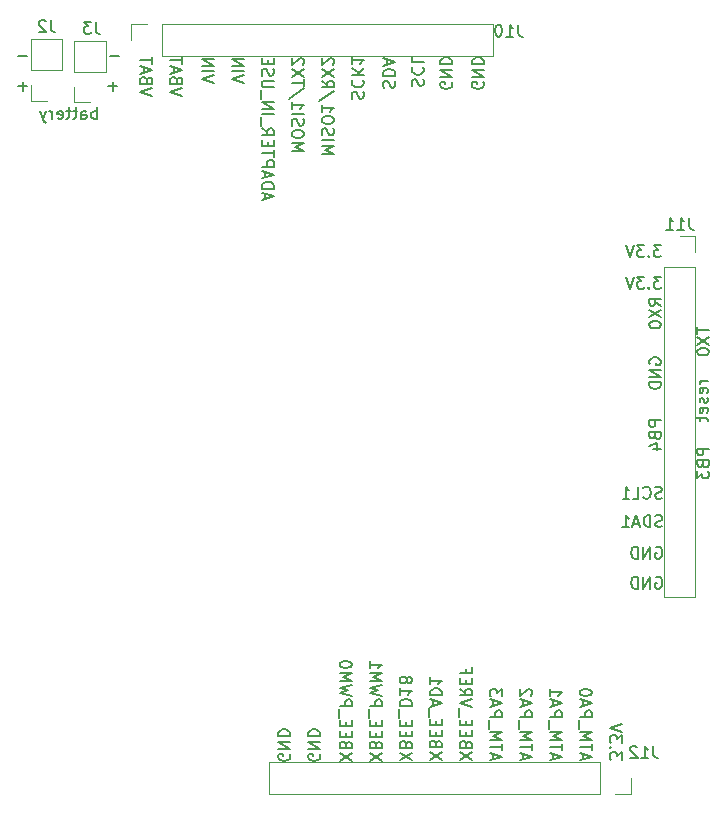
<source format=gbo>
G04 #@! TF.GenerationSoftware,KiCad,Pcbnew,(5.1.9)-1*
G04 #@! TF.CreationDate,2021-06-14T08:32:31+02:00*
G04 #@! TF.ProjectId,SmartSensor,536d6172-7453-4656-9e73-6f722e6b6963,rev?*
G04 #@! TF.SameCoordinates,Original*
G04 #@! TF.FileFunction,Legend,Bot*
G04 #@! TF.FilePolarity,Positive*
%FSLAX46Y46*%
G04 Gerber Fmt 4.6, Leading zero omitted, Abs format (unit mm)*
G04 Created by KiCad (PCBNEW (5.1.9)-1) date 2021-06-14 08:32:31*
%MOMM*%
%LPD*%
G01*
G04 APERTURE LIST*
%ADD10C,0.150000*%
%ADD11C,0.120000*%
%ADD12C,2.502000*%
%ADD13O,1.602000X1.202000*%
%ADD14O,1.802000X1.452000*%
%ADD15O,1.802000X1.802000*%
%ADD16C,1.202000*%
%ADD17C,4.502000*%
%ADD18C,0.802000*%
G04 APERTURE END LIST*
D10*
X227329904Y-126754000D02*
X227425142Y-126706380D01*
X227568000Y-126706380D01*
X227710857Y-126754000D01*
X227806095Y-126849238D01*
X227853714Y-126944476D01*
X227901333Y-127134952D01*
X227901333Y-127277809D01*
X227853714Y-127468285D01*
X227806095Y-127563523D01*
X227710857Y-127658761D01*
X227568000Y-127706380D01*
X227472761Y-127706380D01*
X227329904Y-127658761D01*
X227282285Y-127611142D01*
X227282285Y-127277809D01*
X227472761Y-127277809D01*
X226853714Y-127706380D02*
X226853714Y-126706380D01*
X226282285Y-127706380D01*
X226282285Y-126706380D01*
X225806095Y-127706380D02*
X225806095Y-126706380D01*
X225568000Y-126706380D01*
X225425142Y-126754000D01*
X225329904Y-126849238D01*
X225282285Y-126944476D01*
X225234666Y-127134952D01*
X225234666Y-127277809D01*
X225282285Y-127468285D01*
X225329904Y-127563523D01*
X225425142Y-127658761D01*
X225568000Y-127706380D01*
X225806095Y-127706380D01*
X227329904Y-124214000D02*
X227425142Y-124166380D01*
X227568000Y-124166380D01*
X227710857Y-124214000D01*
X227806095Y-124309238D01*
X227853714Y-124404476D01*
X227901333Y-124594952D01*
X227901333Y-124737809D01*
X227853714Y-124928285D01*
X227806095Y-125023523D01*
X227710857Y-125118761D01*
X227568000Y-125166380D01*
X227472761Y-125166380D01*
X227329904Y-125118761D01*
X227282285Y-125071142D01*
X227282285Y-124737809D01*
X227472761Y-124737809D01*
X226853714Y-125166380D02*
X226853714Y-124166380D01*
X226282285Y-125166380D01*
X226282285Y-124166380D01*
X225806095Y-125166380D02*
X225806095Y-124166380D01*
X225568000Y-124166380D01*
X225425142Y-124214000D01*
X225329904Y-124309238D01*
X225282285Y-124404476D01*
X225234666Y-124594952D01*
X225234666Y-124737809D01*
X225282285Y-124928285D01*
X225329904Y-125023523D01*
X225425142Y-125118761D01*
X225568000Y-125166380D01*
X225806095Y-125166380D01*
X227877476Y-122451761D02*
X227734619Y-122499380D01*
X227496523Y-122499380D01*
X227401285Y-122451761D01*
X227353666Y-122404142D01*
X227306047Y-122308904D01*
X227306047Y-122213666D01*
X227353666Y-122118428D01*
X227401285Y-122070809D01*
X227496523Y-122023190D01*
X227687000Y-121975571D01*
X227782238Y-121927952D01*
X227829857Y-121880333D01*
X227877476Y-121785095D01*
X227877476Y-121689857D01*
X227829857Y-121594619D01*
X227782238Y-121547000D01*
X227687000Y-121499380D01*
X227448904Y-121499380D01*
X227306047Y-121547000D01*
X226877476Y-122499380D02*
X226877476Y-121499380D01*
X226639380Y-121499380D01*
X226496523Y-121547000D01*
X226401285Y-121642238D01*
X226353666Y-121737476D01*
X226306047Y-121927952D01*
X226306047Y-122070809D01*
X226353666Y-122261285D01*
X226401285Y-122356523D01*
X226496523Y-122451761D01*
X226639380Y-122499380D01*
X226877476Y-122499380D01*
X225925095Y-122213666D02*
X225448904Y-122213666D01*
X226020333Y-122499380D02*
X225687000Y-121499380D01*
X225353666Y-122499380D01*
X224496523Y-122499380D02*
X225067952Y-122499380D01*
X224782238Y-122499380D02*
X224782238Y-121499380D01*
X224877476Y-121642238D01*
X224972714Y-121737476D01*
X225067952Y-121785095D01*
X227853666Y-120038761D02*
X227710809Y-120086380D01*
X227472714Y-120086380D01*
X227377476Y-120038761D01*
X227329857Y-119991142D01*
X227282238Y-119895904D01*
X227282238Y-119800666D01*
X227329857Y-119705428D01*
X227377476Y-119657809D01*
X227472714Y-119610190D01*
X227663190Y-119562571D01*
X227758428Y-119514952D01*
X227806047Y-119467333D01*
X227853666Y-119372095D01*
X227853666Y-119276857D01*
X227806047Y-119181619D01*
X227758428Y-119134000D01*
X227663190Y-119086380D01*
X227425095Y-119086380D01*
X227282238Y-119134000D01*
X226282238Y-119991142D02*
X226329857Y-120038761D01*
X226472714Y-120086380D01*
X226567952Y-120086380D01*
X226710809Y-120038761D01*
X226806047Y-119943523D01*
X226853666Y-119848285D01*
X226901285Y-119657809D01*
X226901285Y-119514952D01*
X226853666Y-119324476D01*
X226806047Y-119229238D01*
X226710809Y-119134000D01*
X226567952Y-119086380D01*
X226472714Y-119086380D01*
X226329857Y-119134000D01*
X226282238Y-119181619D01*
X225377476Y-120086380D02*
X225853666Y-120086380D01*
X225853666Y-119086380D01*
X224520333Y-120086380D02*
X225091761Y-120086380D01*
X224806047Y-120086380D02*
X224806047Y-119086380D01*
X224901285Y-119229238D01*
X224996523Y-119324476D01*
X225091761Y-119372095D01*
X231846380Y-115855904D02*
X230846380Y-115855904D01*
X230846380Y-116236857D01*
X230894000Y-116332095D01*
X230941619Y-116379714D01*
X231036857Y-116427333D01*
X231179714Y-116427333D01*
X231274952Y-116379714D01*
X231322571Y-116332095D01*
X231370190Y-116236857D01*
X231370190Y-115855904D01*
X231322571Y-117189238D02*
X231370190Y-117332095D01*
X231417809Y-117379714D01*
X231513047Y-117427333D01*
X231655904Y-117427333D01*
X231751142Y-117379714D01*
X231798761Y-117332095D01*
X231846380Y-117236857D01*
X231846380Y-116855904D01*
X230846380Y-116855904D01*
X230846380Y-117189238D01*
X230894000Y-117284476D01*
X230941619Y-117332095D01*
X231036857Y-117379714D01*
X231132095Y-117379714D01*
X231227333Y-117332095D01*
X231274952Y-117284476D01*
X231322571Y-117189238D01*
X231322571Y-116855904D01*
X230846380Y-117760666D02*
X230846380Y-118379714D01*
X231227333Y-118046380D01*
X231227333Y-118189238D01*
X231274952Y-118284476D01*
X231322571Y-118332095D01*
X231417809Y-118379714D01*
X231655904Y-118379714D01*
X231751142Y-118332095D01*
X231798761Y-118284476D01*
X231846380Y-118189238D01*
X231846380Y-117903523D01*
X231798761Y-117808285D01*
X231751142Y-117760666D01*
X227782380Y-113442904D02*
X226782380Y-113442904D01*
X226782380Y-113823857D01*
X226830000Y-113919095D01*
X226877619Y-113966714D01*
X226972857Y-114014333D01*
X227115714Y-114014333D01*
X227210952Y-113966714D01*
X227258571Y-113919095D01*
X227306190Y-113823857D01*
X227306190Y-113442904D01*
X227258571Y-114776238D02*
X227306190Y-114919095D01*
X227353809Y-114966714D01*
X227449047Y-115014333D01*
X227591904Y-115014333D01*
X227687142Y-114966714D01*
X227734761Y-114919095D01*
X227782380Y-114823857D01*
X227782380Y-114442904D01*
X226782380Y-114442904D01*
X226782380Y-114776238D01*
X226830000Y-114871476D01*
X226877619Y-114919095D01*
X226972857Y-114966714D01*
X227068095Y-114966714D01*
X227163333Y-114919095D01*
X227210952Y-114871476D01*
X227258571Y-114776238D01*
X227258571Y-114442904D01*
X227115714Y-115871476D02*
X227782380Y-115871476D01*
X226734761Y-115633380D02*
X227449047Y-115395285D01*
X227449047Y-116014333D01*
X231719380Y-110140952D02*
X231052714Y-110140952D01*
X231243190Y-110140952D02*
X231147952Y-110188571D01*
X231100333Y-110236190D01*
X231052714Y-110331428D01*
X231052714Y-110426666D01*
X231671761Y-111140952D02*
X231719380Y-111045714D01*
X231719380Y-110855238D01*
X231671761Y-110760000D01*
X231576523Y-110712380D01*
X231195571Y-110712380D01*
X231100333Y-110760000D01*
X231052714Y-110855238D01*
X231052714Y-111045714D01*
X231100333Y-111140952D01*
X231195571Y-111188571D01*
X231290809Y-111188571D01*
X231386047Y-110712380D01*
X231671761Y-111569523D02*
X231719380Y-111664761D01*
X231719380Y-111855238D01*
X231671761Y-111950476D01*
X231576523Y-111998095D01*
X231528904Y-111998095D01*
X231433666Y-111950476D01*
X231386047Y-111855238D01*
X231386047Y-111712380D01*
X231338428Y-111617142D01*
X231243190Y-111569523D01*
X231195571Y-111569523D01*
X231100333Y-111617142D01*
X231052714Y-111712380D01*
X231052714Y-111855238D01*
X231100333Y-111950476D01*
X231671761Y-112807619D02*
X231719380Y-112712380D01*
X231719380Y-112521904D01*
X231671761Y-112426666D01*
X231576523Y-112379047D01*
X231195571Y-112379047D01*
X231100333Y-112426666D01*
X231052714Y-112521904D01*
X231052714Y-112712380D01*
X231100333Y-112807619D01*
X231195571Y-112855238D01*
X231290809Y-112855238D01*
X231386047Y-112379047D01*
X231052714Y-113140952D02*
X231052714Y-113521904D01*
X230719380Y-113283809D02*
X231576523Y-113283809D01*
X231671761Y-113331428D01*
X231719380Y-113426666D01*
X231719380Y-113521904D01*
X226830000Y-108712095D02*
X226782380Y-108616857D01*
X226782380Y-108474000D01*
X226830000Y-108331142D01*
X226925238Y-108235904D01*
X227020476Y-108188285D01*
X227210952Y-108140666D01*
X227353809Y-108140666D01*
X227544285Y-108188285D01*
X227639523Y-108235904D01*
X227734761Y-108331142D01*
X227782380Y-108474000D01*
X227782380Y-108569238D01*
X227734761Y-108712095D01*
X227687142Y-108759714D01*
X227353809Y-108759714D01*
X227353809Y-108569238D01*
X227782380Y-109188285D02*
X226782380Y-109188285D01*
X227782380Y-109759714D01*
X226782380Y-109759714D01*
X227782380Y-110235904D02*
X226782380Y-110235904D01*
X226782380Y-110474000D01*
X226830000Y-110616857D01*
X226925238Y-110712095D01*
X227020476Y-110759714D01*
X227210952Y-110807333D01*
X227353809Y-110807333D01*
X227544285Y-110759714D01*
X227639523Y-110712095D01*
X227734761Y-110616857D01*
X227782380Y-110474000D01*
X227782380Y-110235904D01*
X230846380Y-105568904D02*
X230846380Y-106140333D01*
X231846380Y-105854619D02*
X230846380Y-105854619D01*
X230846380Y-106378428D02*
X231846380Y-107045095D01*
X230846380Y-107045095D02*
X231846380Y-106378428D01*
X230846380Y-107616523D02*
X230846380Y-107711761D01*
X230894000Y-107807000D01*
X230941619Y-107854619D01*
X231036857Y-107902238D01*
X231227333Y-107949857D01*
X231465428Y-107949857D01*
X231655904Y-107902238D01*
X231751142Y-107854619D01*
X231798761Y-107807000D01*
X231846380Y-107711761D01*
X231846380Y-107616523D01*
X231798761Y-107521285D01*
X231751142Y-107473666D01*
X231655904Y-107426047D01*
X231465428Y-107378428D01*
X231227333Y-107378428D01*
X231036857Y-107426047D01*
X230941619Y-107473666D01*
X230894000Y-107521285D01*
X230846380Y-107616523D01*
X227782380Y-103751142D02*
X227306190Y-103417809D01*
X227782380Y-103179714D02*
X226782380Y-103179714D01*
X226782380Y-103560666D01*
X226830000Y-103655904D01*
X226877619Y-103703523D01*
X226972857Y-103751142D01*
X227115714Y-103751142D01*
X227210952Y-103703523D01*
X227258571Y-103655904D01*
X227306190Y-103560666D01*
X227306190Y-103179714D01*
X226782380Y-104084476D02*
X227782380Y-104751142D01*
X226782380Y-104751142D02*
X227782380Y-104084476D01*
X226782380Y-105322571D02*
X226782380Y-105417809D01*
X226830000Y-105513047D01*
X226877619Y-105560666D01*
X226972857Y-105608285D01*
X227163333Y-105655904D01*
X227401428Y-105655904D01*
X227591904Y-105608285D01*
X227687142Y-105560666D01*
X227734761Y-105513047D01*
X227782380Y-105417809D01*
X227782380Y-105322571D01*
X227734761Y-105227333D01*
X227687142Y-105179714D01*
X227591904Y-105132095D01*
X227401428Y-105084476D01*
X227163333Y-105084476D01*
X226972857Y-105132095D01*
X226877619Y-105179714D01*
X226830000Y-105227333D01*
X226782380Y-105322571D01*
X227790190Y-101306380D02*
X227171142Y-101306380D01*
X227504476Y-101687333D01*
X227361619Y-101687333D01*
X227266380Y-101734952D01*
X227218761Y-101782571D01*
X227171142Y-101877809D01*
X227171142Y-102115904D01*
X227218761Y-102211142D01*
X227266380Y-102258761D01*
X227361619Y-102306380D01*
X227647333Y-102306380D01*
X227742571Y-102258761D01*
X227790190Y-102211142D01*
X226742571Y-102211142D02*
X226694952Y-102258761D01*
X226742571Y-102306380D01*
X226790190Y-102258761D01*
X226742571Y-102211142D01*
X226742571Y-102306380D01*
X226361619Y-101306380D02*
X225742571Y-101306380D01*
X226075904Y-101687333D01*
X225933047Y-101687333D01*
X225837809Y-101734952D01*
X225790190Y-101782571D01*
X225742571Y-101877809D01*
X225742571Y-102115904D01*
X225790190Y-102211142D01*
X225837809Y-102258761D01*
X225933047Y-102306380D01*
X226218761Y-102306380D01*
X226314000Y-102258761D01*
X226361619Y-102211142D01*
X225456857Y-101306380D02*
X225123523Y-102306380D01*
X224790190Y-101306380D01*
X227790190Y-98639380D02*
X227171142Y-98639380D01*
X227504476Y-99020333D01*
X227361619Y-99020333D01*
X227266380Y-99067952D01*
X227218761Y-99115571D01*
X227171142Y-99210809D01*
X227171142Y-99448904D01*
X227218761Y-99544142D01*
X227266380Y-99591761D01*
X227361619Y-99639380D01*
X227647333Y-99639380D01*
X227742571Y-99591761D01*
X227790190Y-99544142D01*
X226742571Y-99544142D02*
X226694952Y-99591761D01*
X226742571Y-99639380D01*
X226790190Y-99591761D01*
X226742571Y-99544142D01*
X226742571Y-99639380D01*
X226361619Y-98639380D02*
X225742571Y-98639380D01*
X226075904Y-99020333D01*
X225933047Y-99020333D01*
X225837809Y-99067952D01*
X225790190Y-99115571D01*
X225742571Y-99210809D01*
X225742571Y-99448904D01*
X225790190Y-99544142D01*
X225837809Y-99591761D01*
X225933047Y-99639380D01*
X226218761Y-99639380D01*
X226314000Y-99591761D01*
X226361619Y-99544142D01*
X225456857Y-98639380D02*
X225123523Y-99639380D01*
X224790190Y-98639380D01*
X224448619Y-142192190D02*
X224448619Y-141573142D01*
X224067666Y-141906476D01*
X224067666Y-141763619D01*
X224020047Y-141668380D01*
X223972428Y-141620761D01*
X223877190Y-141573142D01*
X223639095Y-141573142D01*
X223543857Y-141620761D01*
X223496238Y-141668380D01*
X223448619Y-141763619D01*
X223448619Y-142049333D01*
X223496238Y-142144571D01*
X223543857Y-142192190D01*
X223543857Y-141144571D02*
X223496238Y-141096952D01*
X223448619Y-141144571D01*
X223496238Y-141192190D01*
X223543857Y-141144571D01*
X223448619Y-141144571D01*
X224448619Y-140763619D02*
X224448619Y-140144571D01*
X224067666Y-140477904D01*
X224067666Y-140335047D01*
X224020047Y-140239809D01*
X223972428Y-140192190D01*
X223877190Y-140144571D01*
X223639095Y-140144571D01*
X223543857Y-140192190D01*
X223496238Y-140239809D01*
X223448619Y-140335047D01*
X223448619Y-140620761D01*
X223496238Y-140716000D01*
X223543857Y-140763619D01*
X224448619Y-139858857D02*
X223448619Y-139525523D01*
X224448619Y-139192190D01*
X221194333Y-142168190D02*
X221194333Y-141692000D01*
X220908619Y-142263428D02*
X221908619Y-141930095D01*
X220908619Y-141596761D01*
X221908619Y-141406285D02*
X221908619Y-140834857D01*
X220908619Y-141120571D02*
X221908619Y-141120571D01*
X220908619Y-140501523D02*
X221908619Y-140501523D01*
X221194333Y-140168190D01*
X221908619Y-139834857D01*
X220908619Y-139834857D01*
X220813380Y-139596761D02*
X220813380Y-138834857D01*
X220908619Y-138596761D02*
X221908619Y-138596761D01*
X221908619Y-138215809D01*
X221861000Y-138120571D01*
X221813380Y-138072952D01*
X221718142Y-138025333D01*
X221575285Y-138025333D01*
X221480047Y-138072952D01*
X221432428Y-138120571D01*
X221384809Y-138215809D01*
X221384809Y-138596761D01*
X221194333Y-137644380D02*
X221194333Y-137168190D01*
X220908619Y-137739619D02*
X221908619Y-137406285D01*
X220908619Y-137072952D01*
X221908619Y-136549142D02*
X221908619Y-136453904D01*
X221861000Y-136358666D01*
X221813380Y-136311047D01*
X221718142Y-136263428D01*
X221527666Y-136215809D01*
X221289571Y-136215809D01*
X221099095Y-136263428D01*
X221003857Y-136311047D01*
X220956238Y-136358666D01*
X220908619Y-136453904D01*
X220908619Y-136549142D01*
X220956238Y-136644380D01*
X221003857Y-136692000D01*
X221099095Y-136739619D01*
X221289571Y-136787238D01*
X221527666Y-136787238D01*
X221718142Y-136739619D01*
X221813380Y-136692000D01*
X221861000Y-136644380D01*
X221908619Y-136549142D01*
X218654333Y-142168190D02*
X218654333Y-141692000D01*
X218368619Y-142263428D02*
X219368619Y-141930095D01*
X218368619Y-141596761D01*
X219368619Y-141406285D02*
X219368619Y-140834857D01*
X218368619Y-141120571D02*
X219368619Y-141120571D01*
X218368619Y-140501523D02*
X219368619Y-140501523D01*
X218654333Y-140168190D01*
X219368619Y-139834857D01*
X218368619Y-139834857D01*
X218273380Y-139596761D02*
X218273380Y-138834857D01*
X218368619Y-138596761D02*
X219368619Y-138596761D01*
X219368619Y-138215809D01*
X219321000Y-138120571D01*
X219273380Y-138072952D01*
X219178142Y-138025333D01*
X219035285Y-138025333D01*
X218940047Y-138072952D01*
X218892428Y-138120571D01*
X218844809Y-138215809D01*
X218844809Y-138596761D01*
X218654333Y-137644380D02*
X218654333Y-137168190D01*
X218368619Y-137739619D02*
X219368619Y-137406285D01*
X218368619Y-137072952D01*
X218368619Y-136215809D02*
X218368619Y-136787238D01*
X218368619Y-136501523D02*
X219368619Y-136501523D01*
X219225761Y-136596761D01*
X219130523Y-136692000D01*
X219082904Y-136787238D01*
X216114333Y-142168190D02*
X216114333Y-141692000D01*
X215828619Y-142263428D02*
X216828619Y-141930095D01*
X215828619Y-141596761D01*
X216828619Y-141406285D02*
X216828619Y-140834857D01*
X215828619Y-141120571D02*
X216828619Y-141120571D01*
X215828619Y-140501523D02*
X216828619Y-140501523D01*
X216114333Y-140168190D01*
X216828619Y-139834857D01*
X215828619Y-139834857D01*
X215733380Y-139596761D02*
X215733380Y-138834857D01*
X215828619Y-138596761D02*
X216828619Y-138596761D01*
X216828619Y-138215809D01*
X216781000Y-138120571D01*
X216733380Y-138072952D01*
X216638142Y-138025333D01*
X216495285Y-138025333D01*
X216400047Y-138072952D01*
X216352428Y-138120571D01*
X216304809Y-138215809D01*
X216304809Y-138596761D01*
X216114333Y-137644380D02*
X216114333Y-137168190D01*
X215828619Y-137739619D02*
X216828619Y-137406285D01*
X215828619Y-137072952D01*
X216733380Y-136787238D02*
X216781000Y-136739619D01*
X216828619Y-136644380D01*
X216828619Y-136406285D01*
X216781000Y-136311047D01*
X216733380Y-136263428D01*
X216638142Y-136215809D01*
X216542904Y-136215809D01*
X216400047Y-136263428D01*
X215828619Y-136834857D01*
X215828619Y-136215809D01*
X213574333Y-142168190D02*
X213574333Y-141692000D01*
X213288619Y-142263428D02*
X214288619Y-141930095D01*
X213288619Y-141596761D01*
X214288619Y-141406285D02*
X214288619Y-140834857D01*
X213288619Y-141120571D02*
X214288619Y-141120571D01*
X213288619Y-140501523D02*
X214288619Y-140501523D01*
X213574333Y-140168190D01*
X214288619Y-139834857D01*
X213288619Y-139834857D01*
X213193380Y-139596761D02*
X213193380Y-138834857D01*
X213288619Y-138596761D02*
X214288619Y-138596761D01*
X214288619Y-138215809D01*
X214241000Y-138120571D01*
X214193380Y-138072952D01*
X214098142Y-138025333D01*
X213955285Y-138025333D01*
X213860047Y-138072952D01*
X213812428Y-138120571D01*
X213764809Y-138215809D01*
X213764809Y-138596761D01*
X213574333Y-137644380D02*
X213574333Y-137168190D01*
X213288619Y-137739619D02*
X214288619Y-137406285D01*
X213288619Y-137072952D01*
X214288619Y-136834857D02*
X214288619Y-136215809D01*
X213907666Y-136549142D01*
X213907666Y-136406285D01*
X213860047Y-136311047D01*
X213812428Y-136263428D01*
X213717190Y-136215809D01*
X213479095Y-136215809D01*
X213383857Y-136263428D01*
X213336238Y-136311047D01*
X213288619Y-136406285D01*
X213288619Y-136692000D01*
X213336238Y-136787238D01*
X213383857Y-136834857D01*
X211748619Y-142231571D02*
X210748619Y-141564904D01*
X211748619Y-141564904D02*
X210748619Y-142231571D01*
X211272428Y-140850619D02*
X211224809Y-140707761D01*
X211177190Y-140660142D01*
X211081952Y-140612523D01*
X210939095Y-140612523D01*
X210843857Y-140660142D01*
X210796238Y-140707761D01*
X210748619Y-140803000D01*
X210748619Y-141183952D01*
X211748619Y-141183952D01*
X211748619Y-140850619D01*
X211701000Y-140755380D01*
X211653380Y-140707761D01*
X211558142Y-140660142D01*
X211462904Y-140660142D01*
X211367666Y-140707761D01*
X211320047Y-140755380D01*
X211272428Y-140850619D01*
X211272428Y-141183952D01*
X211272428Y-140183952D02*
X211272428Y-139850619D01*
X210748619Y-139707761D02*
X210748619Y-140183952D01*
X211748619Y-140183952D01*
X211748619Y-139707761D01*
X211272428Y-139279190D02*
X211272428Y-138945857D01*
X210748619Y-138803000D02*
X210748619Y-139279190D01*
X211748619Y-139279190D01*
X211748619Y-138803000D01*
X210653380Y-138612523D02*
X210653380Y-137850619D01*
X211748619Y-137755380D02*
X210748619Y-137422047D01*
X211748619Y-137088714D01*
X210748619Y-136183952D02*
X211224809Y-136517285D01*
X210748619Y-136755380D02*
X211748619Y-136755380D01*
X211748619Y-136374428D01*
X211701000Y-136279190D01*
X211653380Y-136231571D01*
X211558142Y-136183952D01*
X211415285Y-136183952D01*
X211320047Y-136231571D01*
X211272428Y-136279190D01*
X211224809Y-136374428D01*
X211224809Y-136755380D01*
X211272428Y-135755380D02*
X211272428Y-135422047D01*
X210748619Y-135279190D02*
X210748619Y-135755380D01*
X211748619Y-135755380D01*
X211748619Y-135279190D01*
X211272428Y-134517285D02*
X211272428Y-134850619D01*
X210748619Y-134850619D02*
X211748619Y-134850619D01*
X211748619Y-134374428D01*
X209208619Y-142207809D02*
X208208619Y-141541142D01*
X209208619Y-141541142D02*
X208208619Y-142207809D01*
X208732428Y-140826857D02*
X208684809Y-140684000D01*
X208637190Y-140636380D01*
X208541952Y-140588761D01*
X208399095Y-140588761D01*
X208303857Y-140636380D01*
X208256238Y-140684000D01*
X208208619Y-140779238D01*
X208208619Y-141160190D01*
X209208619Y-141160190D01*
X209208619Y-140826857D01*
X209161000Y-140731619D01*
X209113380Y-140684000D01*
X209018142Y-140636380D01*
X208922904Y-140636380D01*
X208827666Y-140684000D01*
X208780047Y-140731619D01*
X208732428Y-140826857D01*
X208732428Y-141160190D01*
X208732428Y-140160190D02*
X208732428Y-139826857D01*
X208208619Y-139684000D02*
X208208619Y-140160190D01*
X209208619Y-140160190D01*
X209208619Y-139684000D01*
X208732428Y-139255428D02*
X208732428Y-138922095D01*
X208208619Y-138779238D02*
X208208619Y-139255428D01*
X209208619Y-139255428D01*
X209208619Y-138779238D01*
X208113380Y-138588761D02*
X208113380Y-137826857D01*
X208494333Y-137636380D02*
X208494333Y-137160190D01*
X208208619Y-137731619D02*
X209208619Y-137398285D01*
X208208619Y-137064952D01*
X208208619Y-136731619D02*
X209208619Y-136731619D01*
X209208619Y-136493523D01*
X209161000Y-136350666D01*
X209065761Y-136255428D01*
X208970523Y-136207809D01*
X208780047Y-136160190D01*
X208637190Y-136160190D01*
X208446714Y-136207809D01*
X208351476Y-136255428D01*
X208256238Y-136350666D01*
X208208619Y-136493523D01*
X208208619Y-136731619D01*
X208208619Y-135207809D02*
X208208619Y-135779238D01*
X208208619Y-135493523D02*
X209208619Y-135493523D01*
X209065761Y-135588761D01*
X208970523Y-135684000D01*
X208922904Y-135779238D01*
X206668619Y-142255428D02*
X205668619Y-141588761D01*
X206668619Y-141588761D02*
X205668619Y-142255428D01*
X206192428Y-140874476D02*
X206144809Y-140731619D01*
X206097190Y-140684000D01*
X206001952Y-140636380D01*
X205859095Y-140636380D01*
X205763857Y-140684000D01*
X205716238Y-140731619D01*
X205668619Y-140826857D01*
X205668619Y-141207809D01*
X206668619Y-141207809D01*
X206668619Y-140874476D01*
X206621000Y-140779238D01*
X206573380Y-140731619D01*
X206478142Y-140684000D01*
X206382904Y-140684000D01*
X206287666Y-140731619D01*
X206240047Y-140779238D01*
X206192428Y-140874476D01*
X206192428Y-141207809D01*
X206192428Y-140207809D02*
X206192428Y-139874476D01*
X205668619Y-139731619D02*
X205668619Y-140207809D01*
X206668619Y-140207809D01*
X206668619Y-139731619D01*
X206192428Y-139303047D02*
X206192428Y-138969714D01*
X205668619Y-138826857D02*
X205668619Y-139303047D01*
X206668619Y-139303047D01*
X206668619Y-138826857D01*
X205573380Y-138636380D02*
X205573380Y-137874476D01*
X205668619Y-137636380D02*
X206668619Y-137636380D01*
X206668619Y-137398285D01*
X206621000Y-137255428D01*
X206525761Y-137160190D01*
X206430523Y-137112571D01*
X206240047Y-137064952D01*
X206097190Y-137064952D01*
X205906714Y-137112571D01*
X205811476Y-137160190D01*
X205716238Y-137255428D01*
X205668619Y-137398285D01*
X205668619Y-137636380D01*
X205668619Y-136112571D02*
X205668619Y-136684000D01*
X205668619Y-136398285D02*
X206668619Y-136398285D01*
X206525761Y-136493523D01*
X206430523Y-136588761D01*
X206382904Y-136684000D01*
X206240047Y-135541142D02*
X206287666Y-135636380D01*
X206335285Y-135684000D01*
X206430523Y-135731619D01*
X206478142Y-135731619D01*
X206573380Y-135684000D01*
X206621000Y-135636380D01*
X206668619Y-135541142D01*
X206668619Y-135350666D01*
X206621000Y-135255428D01*
X206573380Y-135207809D01*
X206478142Y-135160190D01*
X206430523Y-135160190D01*
X206335285Y-135207809D01*
X206287666Y-135255428D01*
X206240047Y-135350666D01*
X206240047Y-135541142D01*
X206192428Y-135636380D01*
X206144809Y-135684000D01*
X206049571Y-135731619D01*
X205859095Y-135731619D01*
X205763857Y-135684000D01*
X205716238Y-135636380D01*
X205668619Y-135541142D01*
X205668619Y-135350666D01*
X205716238Y-135255428D01*
X205763857Y-135207809D01*
X205859095Y-135160190D01*
X206049571Y-135160190D01*
X206144809Y-135207809D01*
X206192428Y-135255428D01*
X206240047Y-135350666D01*
X204128619Y-142287095D02*
X203128619Y-141620428D01*
X204128619Y-141620428D02*
X203128619Y-142287095D01*
X203652428Y-140906142D02*
X203604809Y-140763285D01*
X203557190Y-140715666D01*
X203461952Y-140668047D01*
X203319095Y-140668047D01*
X203223857Y-140715666D01*
X203176238Y-140763285D01*
X203128619Y-140858523D01*
X203128619Y-141239476D01*
X204128619Y-141239476D01*
X204128619Y-140906142D01*
X204081000Y-140810904D01*
X204033380Y-140763285D01*
X203938142Y-140715666D01*
X203842904Y-140715666D01*
X203747666Y-140763285D01*
X203700047Y-140810904D01*
X203652428Y-140906142D01*
X203652428Y-141239476D01*
X203652428Y-140239476D02*
X203652428Y-139906142D01*
X203128619Y-139763285D02*
X203128619Y-140239476D01*
X204128619Y-140239476D01*
X204128619Y-139763285D01*
X203652428Y-139334714D02*
X203652428Y-139001380D01*
X203128619Y-138858523D02*
X203128619Y-139334714D01*
X204128619Y-139334714D01*
X204128619Y-138858523D01*
X203033380Y-138668047D02*
X203033380Y-137906142D01*
X203128619Y-137668047D02*
X204128619Y-137668047D01*
X204128619Y-137287095D01*
X204081000Y-137191857D01*
X204033380Y-137144238D01*
X203938142Y-137096619D01*
X203795285Y-137096619D01*
X203700047Y-137144238D01*
X203652428Y-137191857D01*
X203604809Y-137287095D01*
X203604809Y-137668047D01*
X204128619Y-136763285D02*
X203128619Y-136525190D01*
X203842904Y-136334714D01*
X203128619Y-136144238D01*
X204128619Y-135906142D01*
X203128619Y-135525190D02*
X204128619Y-135525190D01*
X203414333Y-135191857D01*
X204128619Y-134858523D01*
X203128619Y-134858523D01*
X203128619Y-133858523D02*
X203128619Y-134429952D01*
X203128619Y-134144238D02*
X204128619Y-134144238D01*
X203985761Y-134239476D01*
X203890523Y-134334714D01*
X203842904Y-134429952D01*
X201588619Y-142287095D02*
X200588619Y-141620428D01*
X201588619Y-141620428D02*
X200588619Y-142287095D01*
X201112428Y-140906142D02*
X201064809Y-140763285D01*
X201017190Y-140715666D01*
X200921952Y-140668047D01*
X200779095Y-140668047D01*
X200683857Y-140715666D01*
X200636238Y-140763285D01*
X200588619Y-140858523D01*
X200588619Y-141239476D01*
X201588619Y-141239476D01*
X201588619Y-140906142D01*
X201541000Y-140810904D01*
X201493380Y-140763285D01*
X201398142Y-140715666D01*
X201302904Y-140715666D01*
X201207666Y-140763285D01*
X201160047Y-140810904D01*
X201112428Y-140906142D01*
X201112428Y-141239476D01*
X201112428Y-140239476D02*
X201112428Y-139906142D01*
X200588619Y-139763285D02*
X200588619Y-140239476D01*
X201588619Y-140239476D01*
X201588619Y-139763285D01*
X201112428Y-139334714D02*
X201112428Y-139001380D01*
X200588619Y-138858523D02*
X200588619Y-139334714D01*
X201588619Y-139334714D01*
X201588619Y-138858523D01*
X200493380Y-138668047D02*
X200493380Y-137906142D01*
X200588619Y-137668047D02*
X201588619Y-137668047D01*
X201588619Y-137287095D01*
X201541000Y-137191857D01*
X201493380Y-137144238D01*
X201398142Y-137096619D01*
X201255285Y-137096619D01*
X201160047Y-137144238D01*
X201112428Y-137191857D01*
X201064809Y-137287095D01*
X201064809Y-137668047D01*
X201588619Y-136763285D02*
X200588619Y-136525190D01*
X201302904Y-136334714D01*
X200588619Y-136144238D01*
X201588619Y-135906142D01*
X200588619Y-135525190D02*
X201588619Y-135525190D01*
X200874333Y-135191857D01*
X201588619Y-134858523D01*
X200588619Y-134858523D01*
X201588619Y-134191857D02*
X201588619Y-134096619D01*
X201541000Y-134001380D01*
X201493380Y-133953761D01*
X201398142Y-133906142D01*
X201207666Y-133858523D01*
X200969571Y-133858523D01*
X200779095Y-133906142D01*
X200683857Y-133953761D01*
X200636238Y-134001380D01*
X200588619Y-134096619D01*
X200588619Y-134191857D01*
X200636238Y-134287095D01*
X200683857Y-134334714D01*
X200779095Y-134382333D01*
X200969571Y-134429952D01*
X201207666Y-134429952D01*
X201398142Y-134382333D01*
X201493380Y-134334714D01*
X201541000Y-134287095D01*
X201588619Y-134191857D01*
X198874000Y-141731904D02*
X198921619Y-141827142D01*
X198921619Y-141970000D01*
X198874000Y-142112857D01*
X198778761Y-142208095D01*
X198683523Y-142255714D01*
X198493047Y-142303333D01*
X198350190Y-142303333D01*
X198159714Y-142255714D01*
X198064476Y-142208095D01*
X197969238Y-142112857D01*
X197921619Y-141970000D01*
X197921619Y-141874761D01*
X197969238Y-141731904D01*
X198016857Y-141684285D01*
X198350190Y-141684285D01*
X198350190Y-141874761D01*
X197921619Y-141255714D02*
X198921619Y-141255714D01*
X197921619Y-140684285D01*
X198921619Y-140684285D01*
X197921619Y-140208095D02*
X198921619Y-140208095D01*
X198921619Y-139970000D01*
X198874000Y-139827142D01*
X198778761Y-139731904D01*
X198683523Y-139684285D01*
X198493047Y-139636666D01*
X198350190Y-139636666D01*
X198159714Y-139684285D01*
X198064476Y-139731904D01*
X197969238Y-139827142D01*
X197921619Y-139970000D01*
X197921619Y-140208095D01*
X196334000Y-141731904D02*
X196381619Y-141827142D01*
X196381619Y-141970000D01*
X196334000Y-142112857D01*
X196238761Y-142208095D01*
X196143523Y-142255714D01*
X195953047Y-142303333D01*
X195810190Y-142303333D01*
X195619714Y-142255714D01*
X195524476Y-142208095D01*
X195429238Y-142112857D01*
X195381619Y-141970000D01*
X195381619Y-141874761D01*
X195429238Y-141731904D01*
X195476857Y-141684285D01*
X195810190Y-141684285D01*
X195810190Y-141874761D01*
X195381619Y-141255714D02*
X196381619Y-141255714D01*
X195381619Y-140684285D01*
X196381619Y-140684285D01*
X195381619Y-140208095D02*
X196381619Y-140208095D01*
X196381619Y-139970000D01*
X196334000Y-139827142D01*
X196238761Y-139731904D01*
X196143523Y-139684285D01*
X195953047Y-139636666D01*
X195810190Y-139636666D01*
X195619714Y-139684285D01*
X195524476Y-139731904D01*
X195429238Y-139827142D01*
X195381619Y-139970000D01*
X195381619Y-140208095D01*
X212717000Y-84835904D02*
X212764619Y-84931142D01*
X212764619Y-85074000D01*
X212717000Y-85216857D01*
X212621761Y-85312095D01*
X212526523Y-85359714D01*
X212336047Y-85407333D01*
X212193190Y-85407333D01*
X212002714Y-85359714D01*
X211907476Y-85312095D01*
X211812238Y-85216857D01*
X211764619Y-85074000D01*
X211764619Y-84978761D01*
X211812238Y-84835904D01*
X211859857Y-84788285D01*
X212193190Y-84788285D01*
X212193190Y-84978761D01*
X211764619Y-84359714D02*
X212764619Y-84359714D01*
X211764619Y-83788285D01*
X212764619Y-83788285D01*
X211764619Y-83312095D02*
X212764619Y-83312095D01*
X212764619Y-83074000D01*
X212717000Y-82931142D01*
X212621761Y-82835904D01*
X212526523Y-82788285D01*
X212336047Y-82740666D01*
X212193190Y-82740666D01*
X212002714Y-82788285D01*
X211907476Y-82835904D01*
X211812238Y-82931142D01*
X211764619Y-83074000D01*
X211764619Y-83312095D01*
X210050000Y-84835904D02*
X210097619Y-84931142D01*
X210097619Y-85074000D01*
X210050000Y-85216857D01*
X209954761Y-85312095D01*
X209859523Y-85359714D01*
X209669047Y-85407333D01*
X209526190Y-85407333D01*
X209335714Y-85359714D01*
X209240476Y-85312095D01*
X209145238Y-85216857D01*
X209097619Y-85074000D01*
X209097619Y-84978761D01*
X209145238Y-84835904D01*
X209192857Y-84788285D01*
X209526190Y-84788285D01*
X209526190Y-84978761D01*
X209097619Y-84359714D02*
X210097619Y-84359714D01*
X209097619Y-83788285D01*
X210097619Y-83788285D01*
X209097619Y-83312095D02*
X210097619Y-83312095D01*
X210097619Y-83074000D01*
X210050000Y-82931142D01*
X209954761Y-82835904D01*
X209859523Y-82788285D01*
X209669047Y-82740666D01*
X209526190Y-82740666D01*
X209335714Y-82788285D01*
X209240476Y-82835904D01*
X209145238Y-82931142D01*
X209097619Y-83074000D01*
X209097619Y-83312095D01*
X206732238Y-85137476D02*
X206684619Y-84994619D01*
X206684619Y-84756523D01*
X206732238Y-84661285D01*
X206779857Y-84613666D01*
X206875095Y-84566047D01*
X206970333Y-84566047D01*
X207065571Y-84613666D01*
X207113190Y-84661285D01*
X207160809Y-84756523D01*
X207208428Y-84947000D01*
X207256047Y-85042238D01*
X207303666Y-85089857D01*
X207398904Y-85137476D01*
X207494142Y-85137476D01*
X207589380Y-85089857D01*
X207637000Y-85042238D01*
X207684619Y-84947000D01*
X207684619Y-84708904D01*
X207637000Y-84566047D01*
X206779857Y-83566047D02*
X206732238Y-83613666D01*
X206684619Y-83756523D01*
X206684619Y-83851761D01*
X206732238Y-83994619D01*
X206827476Y-84089857D01*
X206922714Y-84137476D01*
X207113190Y-84185095D01*
X207256047Y-84185095D01*
X207446523Y-84137476D01*
X207541761Y-84089857D01*
X207637000Y-83994619D01*
X207684619Y-83851761D01*
X207684619Y-83756523D01*
X207637000Y-83613666D01*
X207589380Y-83566047D01*
X206684619Y-82661285D02*
X206684619Y-83137476D01*
X207684619Y-83137476D01*
X204319238Y-85288285D02*
X204271619Y-85145428D01*
X204271619Y-84907333D01*
X204319238Y-84812095D01*
X204366857Y-84764476D01*
X204462095Y-84716857D01*
X204557333Y-84716857D01*
X204652571Y-84764476D01*
X204700190Y-84812095D01*
X204747809Y-84907333D01*
X204795428Y-85097809D01*
X204843047Y-85193047D01*
X204890666Y-85240666D01*
X204985904Y-85288285D01*
X205081142Y-85288285D01*
X205176380Y-85240666D01*
X205224000Y-85193047D01*
X205271619Y-85097809D01*
X205271619Y-84859714D01*
X205224000Y-84716857D01*
X204271619Y-84288285D02*
X205271619Y-84288285D01*
X205271619Y-84050190D01*
X205224000Y-83907333D01*
X205128761Y-83812095D01*
X205033523Y-83764476D01*
X204843047Y-83716857D01*
X204700190Y-83716857D01*
X204509714Y-83764476D01*
X204414476Y-83812095D01*
X204319238Y-83907333D01*
X204271619Y-84050190D01*
X204271619Y-84288285D01*
X204557333Y-83335904D02*
X204557333Y-82859714D01*
X204271619Y-83431142D02*
X205271619Y-83097809D01*
X204271619Y-82764476D01*
X201652238Y-86216904D02*
X201604619Y-86074047D01*
X201604619Y-85835952D01*
X201652238Y-85740714D01*
X201699857Y-85693095D01*
X201795095Y-85645476D01*
X201890333Y-85645476D01*
X201985571Y-85693095D01*
X202033190Y-85740714D01*
X202080809Y-85835952D01*
X202128428Y-86026428D01*
X202176047Y-86121666D01*
X202223666Y-86169285D01*
X202318904Y-86216904D01*
X202414142Y-86216904D01*
X202509380Y-86169285D01*
X202557000Y-86121666D01*
X202604619Y-86026428D01*
X202604619Y-85788333D01*
X202557000Y-85645476D01*
X201699857Y-84645476D02*
X201652238Y-84693095D01*
X201604619Y-84835952D01*
X201604619Y-84931190D01*
X201652238Y-85074047D01*
X201747476Y-85169285D01*
X201842714Y-85216904D01*
X202033190Y-85264523D01*
X202176047Y-85264523D01*
X202366523Y-85216904D01*
X202461761Y-85169285D01*
X202557000Y-85074047D01*
X202604619Y-84931190D01*
X202604619Y-84835952D01*
X202557000Y-84693095D01*
X202509380Y-84645476D01*
X201604619Y-84216904D02*
X202604619Y-84216904D01*
X201604619Y-83645476D02*
X202176047Y-84074047D01*
X202604619Y-83645476D02*
X202033190Y-84216904D01*
X201604619Y-82693095D02*
X201604619Y-83264523D01*
X201604619Y-82978809D02*
X202604619Y-82978809D01*
X202461761Y-83074047D01*
X202366523Y-83169285D01*
X202318904Y-83264523D01*
X199064619Y-90891809D02*
X200064619Y-90891809D01*
X199350333Y-90558476D01*
X200064619Y-90225142D01*
X199064619Y-90225142D01*
X199064619Y-89748952D02*
X200064619Y-89748952D01*
X199112238Y-89320380D02*
X199064619Y-89177523D01*
X199064619Y-88939428D01*
X199112238Y-88844190D01*
X199159857Y-88796571D01*
X199255095Y-88748952D01*
X199350333Y-88748952D01*
X199445571Y-88796571D01*
X199493190Y-88844190D01*
X199540809Y-88939428D01*
X199588428Y-89129904D01*
X199636047Y-89225142D01*
X199683666Y-89272761D01*
X199778904Y-89320380D01*
X199874142Y-89320380D01*
X199969380Y-89272761D01*
X200017000Y-89225142D01*
X200064619Y-89129904D01*
X200064619Y-88891809D01*
X200017000Y-88748952D01*
X200064619Y-88129904D02*
X200064619Y-87939428D01*
X200017000Y-87844190D01*
X199921761Y-87748952D01*
X199731285Y-87701333D01*
X199397952Y-87701333D01*
X199207476Y-87748952D01*
X199112238Y-87844190D01*
X199064619Y-87939428D01*
X199064619Y-88129904D01*
X199112238Y-88225142D01*
X199207476Y-88320380D01*
X199397952Y-88368000D01*
X199731285Y-88368000D01*
X199921761Y-88320380D01*
X200017000Y-88225142D01*
X200064619Y-88129904D01*
X199064619Y-86748952D02*
X199064619Y-87320380D01*
X199064619Y-87034666D02*
X200064619Y-87034666D01*
X199921761Y-87129904D01*
X199826523Y-87225142D01*
X199778904Y-87320380D01*
X200112238Y-85606095D02*
X198826523Y-86463238D01*
X199064619Y-84701333D02*
X199540809Y-85034666D01*
X199064619Y-85272761D02*
X200064619Y-85272761D01*
X200064619Y-84891809D01*
X200017000Y-84796571D01*
X199969380Y-84748952D01*
X199874142Y-84701333D01*
X199731285Y-84701333D01*
X199636047Y-84748952D01*
X199588428Y-84796571D01*
X199540809Y-84891809D01*
X199540809Y-85272761D01*
X200064619Y-84368000D02*
X199064619Y-83701333D01*
X200064619Y-83701333D02*
X199064619Y-84368000D01*
X199969380Y-83368000D02*
X200017000Y-83320380D01*
X200064619Y-83225142D01*
X200064619Y-82987047D01*
X200017000Y-82891809D01*
X199969380Y-82844190D01*
X199874142Y-82796571D01*
X199778904Y-82796571D01*
X199636047Y-82844190D01*
X199064619Y-83415619D01*
X199064619Y-82796571D01*
X196524619Y-90645761D02*
X197524619Y-90645761D01*
X196810333Y-90312428D01*
X197524619Y-89979095D01*
X196524619Y-89979095D01*
X197524619Y-89312428D02*
X197524619Y-89121952D01*
X197477000Y-89026714D01*
X197381761Y-88931476D01*
X197191285Y-88883857D01*
X196857952Y-88883857D01*
X196667476Y-88931476D01*
X196572238Y-89026714D01*
X196524619Y-89121952D01*
X196524619Y-89312428D01*
X196572238Y-89407666D01*
X196667476Y-89502904D01*
X196857952Y-89550523D01*
X197191285Y-89550523D01*
X197381761Y-89502904D01*
X197477000Y-89407666D01*
X197524619Y-89312428D01*
X196572238Y-88502904D02*
X196524619Y-88360047D01*
X196524619Y-88121952D01*
X196572238Y-88026714D01*
X196619857Y-87979095D01*
X196715095Y-87931476D01*
X196810333Y-87931476D01*
X196905571Y-87979095D01*
X196953190Y-88026714D01*
X197000809Y-88121952D01*
X197048428Y-88312428D01*
X197096047Y-88407666D01*
X197143666Y-88455285D01*
X197238904Y-88502904D01*
X197334142Y-88502904D01*
X197429380Y-88455285D01*
X197477000Y-88407666D01*
X197524619Y-88312428D01*
X197524619Y-88074333D01*
X197477000Y-87931476D01*
X196524619Y-87502904D02*
X197524619Y-87502904D01*
X196524619Y-86502904D02*
X196524619Y-87074333D01*
X196524619Y-86788619D02*
X197524619Y-86788619D01*
X197381761Y-86883857D01*
X197286523Y-86979095D01*
X197238904Y-87074333D01*
X197572238Y-85360047D02*
X196286523Y-86217190D01*
X197524619Y-85169571D02*
X197524619Y-84598142D01*
X196524619Y-84883857D02*
X197524619Y-84883857D01*
X197524619Y-84360047D02*
X196524619Y-83693380D01*
X197524619Y-83693380D02*
X196524619Y-84360047D01*
X197429380Y-83360047D02*
X197477000Y-83312428D01*
X197524619Y-83217190D01*
X197524619Y-82979095D01*
X197477000Y-82883857D01*
X197429380Y-82836238D01*
X197334142Y-82788619D01*
X197238904Y-82788619D01*
X197096047Y-82836238D01*
X196524619Y-83407666D01*
X196524619Y-82788619D01*
X194270333Y-94749190D02*
X194270333Y-94273000D01*
X193984619Y-94844428D02*
X194984619Y-94511095D01*
X193984619Y-94177761D01*
X193984619Y-93844428D02*
X194984619Y-93844428D01*
X194984619Y-93606333D01*
X194937000Y-93463476D01*
X194841761Y-93368238D01*
X194746523Y-93320619D01*
X194556047Y-93273000D01*
X194413190Y-93273000D01*
X194222714Y-93320619D01*
X194127476Y-93368238D01*
X194032238Y-93463476D01*
X193984619Y-93606333D01*
X193984619Y-93844428D01*
X194270333Y-92892047D02*
X194270333Y-92415857D01*
X193984619Y-92987285D02*
X194984619Y-92653952D01*
X193984619Y-92320619D01*
X193984619Y-91987285D02*
X194984619Y-91987285D01*
X194984619Y-91606333D01*
X194937000Y-91511095D01*
X194889380Y-91463476D01*
X194794142Y-91415857D01*
X194651285Y-91415857D01*
X194556047Y-91463476D01*
X194508428Y-91511095D01*
X194460809Y-91606333D01*
X194460809Y-91987285D01*
X194984619Y-91130142D02*
X194984619Y-90558714D01*
X193984619Y-90844428D02*
X194984619Y-90844428D01*
X194508428Y-90225380D02*
X194508428Y-89892047D01*
X193984619Y-89749190D02*
X193984619Y-90225380D01*
X194984619Y-90225380D01*
X194984619Y-89749190D01*
X193984619Y-88749190D02*
X194460809Y-89082523D01*
X193984619Y-89320619D02*
X194984619Y-89320619D01*
X194984619Y-88939666D01*
X194937000Y-88844428D01*
X194889380Y-88796809D01*
X194794142Y-88749190D01*
X194651285Y-88749190D01*
X194556047Y-88796809D01*
X194508428Y-88844428D01*
X194460809Y-88939666D01*
X194460809Y-89320619D01*
X193889380Y-88558714D02*
X193889380Y-87796809D01*
X193984619Y-87558714D02*
X194984619Y-87558714D01*
X193984619Y-87082523D02*
X194984619Y-87082523D01*
X193984619Y-86511095D01*
X194984619Y-86511095D01*
X193889380Y-86273000D02*
X193889380Y-85511095D01*
X194984619Y-85273000D02*
X194175095Y-85273000D01*
X194079857Y-85225380D01*
X194032238Y-85177761D01*
X193984619Y-85082523D01*
X193984619Y-84892047D01*
X194032238Y-84796809D01*
X194079857Y-84749190D01*
X194175095Y-84701571D01*
X194984619Y-84701571D01*
X194032238Y-84273000D02*
X193984619Y-84130142D01*
X193984619Y-83892047D01*
X194032238Y-83796809D01*
X194079857Y-83749190D01*
X194175095Y-83701571D01*
X194270333Y-83701571D01*
X194365571Y-83749190D01*
X194413190Y-83796809D01*
X194460809Y-83892047D01*
X194508428Y-84082523D01*
X194556047Y-84177761D01*
X194603666Y-84225380D01*
X194698904Y-84273000D01*
X194794142Y-84273000D01*
X194889380Y-84225380D01*
X194937000Y-84177761D01*
X194984619Y-84082523D01*
X194984619Y-83844428D01*
X194937000Y-83701571D01*
X194508428Y-83273000D02*
X194508428Y-82939666D01*
X193984619Y-82796809D02*
X193984619Y-83273000D01*
X194984619Y-83273000D01*
X194984619Y-82796809D01*
X192444619Y-84915238D02*
X191444619Y-84581904D01*
X192444619Y-84248571D01*
X191444619Y-83915238D02*
X192444619Y-83915238D01*
X191444619Y-83439047D02*
X192444619Y-83439047D01*
X191444619Y-82867619D01*
X192444619Y-82867619D01*
X189904619Y-84915238D02*
X188904619Y-84581904D01*
X189904619Y-84248571D01*
X188904619Y-83915238D02*
X189904619Y-83915238D01*
X188904619Y-83439047D02*
X189904619Y-83439047D01*
X188904619Y-82867619D01*
X189904619Y-82867619D01*
X187237619Y-85970857D02*
X186237619Y-85637523D01*
X187237619Y-85304190D01*
X186761428Y-84637523D02*
X186713809Y-84494666D01*
X186666190Y-84447047D01*
X186570952Y-84399428D01*
X186428095Y-84399428D01*
X186332857Y-84447047D01*
X186285238Y-84494666D01*
X186237619Y-84589904D01*
X186237619Y-84970857D01*
X187237619Y-84970857D01*
X187237619Y-84637523D01*
X187190000Y-84542285D01*
X187142380Y-84494666D01*
X187047142Y-84447047D01*
X186951904Y-84447047D01*
X186856666Y-84494666D01*
X186809047Y-84542285D01*
X186761428Y-84637523D01*
X186761428Y-84970857D01*
X186523333Y-84018476D02*
X186523333Y-83542285D01*
X186237619Y-84113714D02*
X187237619Y-83780380D01*
X186237619Y-83447047D01*
X187237619Y-83256571D02*
X187237619Y-82685142D01*
X186237619Y-82970857D02*
X187237619Y-82970857D01*
X184697619Y-85970857D02*
X183697619Y-85637523D01*
X184697619Y-85304190D01*
X184221428Y-84637523D02*
X184173809Y-84494666D01*
X184126190Y-84447047D01*
X184030952Y-84399428D01*
X183888095Y-84399428D01*
X183792857Y-84447047D01*
X183745238Y-84494666D01*
X183697619Y-84589904D01*
X183697619Y-84970857D01*
X184697619Y-84970857D01*
X184697619Y-84637523D01*
X184650000Y-84542285D01*
X184602380Y-84494666D01*
X184507142Y-84447047D01*
X184411904Y-84447047D01*
X184316666Y-84494666D01*
X184269047Y-84542285D01*
X184221428Y-84637523D01*
X184221428Y-84970857D01*
X183983333Y-84018476D02*
X183983333Y-83542285D01*
X183697619Y-84113714D02*
X184697619Y-83780380D01*
X183697619Y-83447047D01*
X184697619Y-83256571D02*
X184697619Y-82685142D01*
X183697619Y-82970857D02*
X184697619Y-82970857D01*
X181736952Y-85161428D02*
X180975047Y-85161428D01*
X181356000Y-85542380D02*
X181356000Y-84780476D01*
X181863952Y-82621428D02*
X181102047Y-82621428D01*
X174116952Y-85161428D02*
X173355047Y-85161428D01*
X173736000Y-85542380D02*
X173736000Y-84780476D01*
X174116952Y-82621428D02*
X173355047Y-82621428D01*
X180030142Y-87955380D02*
X180030142Y-86955380D01*
X180030142Y-87336333D02*
X179934904Y-87288714D01*
X179744428Y-87288714D01*
X179649190Y-87336333D01*
X179601571Y-87383952D01*
X179553952Y-87479190D01*
X179553952Y-87764904D01*
X179601571Y-87860142D01*
X179649190Y-87907761D01*
X179744428Y-87955380D01*
X179934904Y-87955380D01*
X180030142Y-87907761D01*
X178696809Y-87955380D02*
X178696809Y-87431571D01*
X178744428Y-87336333D01*
X178839666Y-87288714D01*
X179030142Y-87288714D01*
X179125380Y-87336333D01*
X178696809Y-87907761D02*
X178792047Y-87955380D01*
X179030142Y-87955380D01*
X179125380Y-87907761D01*
X179173000Y-87812523D01*
X179173000Y-87717285D01*
X179125380Y-87622047D01*
X179030142Y-87574428D01*
X178792047Y-87574428D01*
X178696809Y-87526809D01*
X178363476Y-87288714D02*
X177982523Y-87288714D01*
X178220619Y-86955380D02*
X178220619Y-87812523D01*
X178173000Y-87907761D01*
X178077761Y-87955380D01*
X177982523Y-87955380D01*
X177792047Y-87288714D02*
X177411095Y-87288714D01*
X177649190Y-86955380D02*
X177649190Y-87812523D01*
X177601571Y-87907761D01*
X177506333Y-87955380D01*
X177411095Y-87955380D01*
X176696809Y-87907761D02*
X176792047Y-87955380D01*
X176982523Y-87955380D01*
X177077761Y-87907761D01*
X177125380Y-87812523D01*
X177125380Y-87431571D01*
X177077761Y-87336333D01*
X176982523Y-87288714D01*
X176792047Y-87288714D01*
X176696809Y-87336333D01*
X176649190Y-87431571D01*
X176649190Y-87526809D01*
X177125380Y-87622047D01*
X176220619Y-87955380D02*
X176220619Y-87288714D01*
X176220619Y-87479190D02*
X176173000Y-87383952D01*
X176125380Y-87336333D01*
X176030142Y-87288714D01*
X175934904Y-87288714D01*
X175696809Y-87288714D02*
X175458714Y-87955380D01*
X175220619Y-87288714D02*
X175458714Y-87955380D01*
X175553952Y-88193476D01*
X175601571Y-88241095D01*
X175696809Y-88288714D01*
D11*
X174438000Y-81220000D02*
X177098000Y-81220000D01*
X174438000Y-83820000D02*
X174438000Y-81220000D01*
X177098000Y-83820000D02*
X177098000Y-81220000D01*
X174438000Y-83820000D02*
X177098000Y-83820000D01*
X174438000Y-85090000D02*
X174438000Y-86420000D01*
X174438000Y-86420000D02*
X175768000Y-86420000D01*
X178121000Y-86547000D02*
X179451000Y-86547000D01*
X178121000Y-85217000D02*
X178121000Y-86547000D01*
X178121000Y-83947000D02*
X180781000Y-83947000D01*
X180781000Y-83947000D02*
X180781000Y-81347000D01*
X178121000Y-83947000D02*
X178121000Y-81347000D01*
X178121000Y-81347000D02*
X180781000Y-81347000D01*
X182947000Y-79950000D02*
X182947000Y-81280000D01*
X184277000Y-79950000D02*
X182947000Y-79950000D01*
X185547000Y-79950000D02*
X185547000Y-82610000D01*
X185547000Y-82610000D02*
X213547000Y-82610000D01*
X185547000Y-79950000D02*
X213547000Y-79950000D01*
X213547000Y-79950000D02*
X213547000Y-82610000D01*
X230692000Y-128457000D02*
X228032000Y-128457000D01*
X230692000Y-100457000D02*
X230692000Y-128457000D01*
X228032000Y-100457000D02*
X228032000Y-128457000D01*
X230692000Y-100457000D02*
X228032000Y-100457000D01*
X230692000Y-99187000D02*
X230692000Y-97857000D01*
X230692000Y-97857000D02*
X229362000Y-97857000D01*
X194631000Y-145094000D02*
X194631000Y-142434000D01*
X222631000Y-145094000D02*
X194631000Y-145094000D01*
X222631000Y-142434000D02*
X194631000Y-142434000D01*
X222631000Y-145094000D02*
X222631000Y-142434000D01*
X223901000Y-145094000D02*
X225231000Y-145094000D01*
X225231000Y-145094000D02*
X225231000Y-143764000D01*
D10*
X176101333Y-79589380D02*
X176101333Y-80303666D01*
X176148952Y-80446523D01*
X176244190Y-80541761D01*
X176387047Y-80589380D01*
X176482285Y-80589380D01*
X175672761Y-79684619D02*
X175625142Y-79637000D01*
X175529904Y-79589380D01*
X175291809Y-79589380D01*
X175196571Y-79637000D01*
X175148952Y-79684619D01*
X175101333Y-79779857D01*
X175101333Y-79875095D01*
X175148952Y-80017952D01*
X175720380Y-80589380D01*
X175101333Y-80589380D01*
X179911333Y-79716380D02*
X179911333Y-80430666D01*
X179958952Y-80573523D01*
X180054190Y-80668761D01*
X180197047Y-80716380D01*
X180292285Y-80716380D01*
X179530380Y-79716380D02*
X178911333Y-79716380D01*
X179244666Y-80097333D01*
X179101809Y-80097333D01*
X179006571Y-80144952D01*
X178958952Y-80192571D01*
X178911333Y-80287809D01*
X178911333Y-80525904D01*
X178958952Y-80621142D01*
X179006571Y-80668761D01*
X179101809Y-80716380D01*
X179387523Y-80716380D01*
X179482761Y-80668761D01*
X179530380Y-80621142D01*
X215693523Y-79970380D02*
X215693523Y-80684666D01*
X215741142Y-80827523D01*
X215836380Y-80922761D01*
X215979238Y-80970380D01*
X216074476Y-80970380D01*
X214693523Y-80970380D02*
X215264952Y-80970380D01*
X214979238Y-80970380D02*
X214979238Y-79970380D01*
X215074476Y-80113238D01*
X215169714Y-80208476D01*
X215264952Y-80256095D01*
X214074476Y-79970380D02*
X213979238Y-79970380D01*
X213884000Y-80018000D01*
X213836380Y-80065619D01*
X213788761Y-80160857D01*
X213741142Y-80351333D01*
X213741142Y-80589428D01*
X213788761Y-80779904D01*
X213836380Y-80875142D01*
X213884000Y-80922761D01*
X213979238Y-80970380D01*
X214074476Y-80970380D01*
X214169714Y-80922761D01*
X214217333Y-80875142D01*
X214264952Y-80779904D01*
X214312571Y-80589428D01*
X214312571Y-80351333D01*
X214264952Y-80160857D01*
X214217333Y-80065619D01*
X214169714Y-80018000D01*
X214074476Y-79970380D01*
X230171523Y-96309380D02*
X230171523Y-97023666D01*
X230219142Y-97166523D01*
X230314380Y-97261761D01*
X230457238Y-97309380D01*
X230552476Y-97309380D01*
X229171523Y-97309380D02*
X229742952Y-97309380D01*
X229457238Y-97309380D02*
X229457238Y-96309380D01*
X229552476Y-96452238D01*
X229647714Y-96547476D01*
X229742952Y-96595095D01*
X228219142Y-97309380D02*
X228790571Y-97309380D01*
X228504857Y-97309380D02*
X228504857Y-96309380D01*
X228600095Y-96452238D01*
X228695333Y-96547476D01*
X228790571Y-96595095D01*
X227123523Y-141057380D02*
X227123523Y-141771666D01*
X227171142Y-141914523D01*
X227266380Y-142009761D01*
X227409238Y-142057380D01*
X227504476Y-142057380D01*
X226123523Y-142057380D02*
X226694952Y-142057380D01*
X226409238Y-142057380D02*
X226409238Y-141057380D01*
X226504476Y-141200238D01*
X226599714Y-141295476D01*
X226694952Y-141343095D01*
X225742571Y-141152619D02*
X225694952Y-141105000D01*
X225599714Y-141057380D01*
X225361619Y-141057380D01*
X225266380Y-141105000D01*
X225218761Y-141152619D01*
X225171142Y-141247857D01*
X225171142Y-141343095D01*
X225218761Y-141485952D01*
X225790190Y-142057380D01*
X225171142Y-142057380D01*
%LPC*%
G36*
G01*
X217951000Y-89592000D02*
X217951000Y-87192000D01*
G75*
G02*
X218002000Y-87141000I51000J0D01*
G01*
X220402000Y-87141000D01*
G75*
G02*
X220453000Y-87192000I0J-51000D01*
G01*
X220453000Y-89592000D01*
G75*
G02*
X220402000Y-89643000I-51000J0D01*
G01*
X218002000Y-89643000D01*
G75*
G02*
X217951000Y-89592000I0J51000D01*
G01*
G37*
D12*
X224202000Y-88392000D03*
D13*
X168910000Y-92470000D03*
X168910000Y-97310000D03*
D14*
X165910000Y-92160000D03*
X165910000Y-97620000D03*
G36*
G01*
X174867000Y-85940000D02*
X174867000Y-84240000D01*
G75*
G02*
X174918000Y-84189000I51000J0D01*
G01*
X176618000Y-84189000D01*
G75*
G02*
X176669000Y-84240000I0J-51000D01*
G01*
X176669000Y-85940000D01*
G75*
G02*
X176618000Y-85991000I-51000J0D01*
G01*
X174918000Y-85991000D01*
G75*
G02*
X174867000Y-85940000I0J51000D01*
G01*
G37*
D15*
X175768000Y-82550000D03*
X179451000Y-82677000D03*
G36*
G01*
X178550000Y-86067000D02*
X178550000Y-84367000D01*
G75*
G02*
X178601000Y-84316000I51000J0D01*
G01*
X180301000Y-84316000D01*
G75*
G02*
X180352000Y-84367000I0J-51000D01*
G01*
X180352000Y-86067000D01*
G75*
G02*
X180301000Y-86118000I-51000J0D01*
G01*
X178601000Y-86118000D01*
G75*
G02*
X178550000Y-86067000I0J51000D01*
G01*
G37*
X225044000Y-117094000D03*
X225044000Y-114554000D03*
X225044000Y-112014000D03*
X225044000Y-109474000D03*
X225044000Y-106934000D03*
G36*
G01*
X224143000Y-105244000D02*
X224143000Y-103544000D01*
G75*
G02*
X224194000Y-103493000I51000J0D01*
G01*
X225894000Y-103493000D01*
G75*
G02*
X225945000Y-103544000I0J-51000D01*
G01*
X225945000Y-105244000D01*
G75*
G02*
X225894000Y-105295000I-51000J0D01*
G01*
X224194000Y-105295000D01*
G75*
G02*
X224143000Y-105244000I0J51000D01*
G01*
G37*
G36*
G01*
X195619000Y-106033000D02*
X197319000Y-106033000D01*
G75*
G02*
X197370000Y-106084000I0J-51000D01*
G01*
X197370000Y-107784000D01*
G75*
G02*
X197319000Y-107835000I-51000J0D01*
G01*
X195619000Y-107835000D01*
G75*
G02*
X195568000Y-107784000I0J51000D01*
G01*
X195568000Y-106084000D01*
G75*
G02*
X195619000Y-106033000I51000J0D01*
G01*
G37*
X196469000Y-109474000D03*
X193929000Y-106934000D03*
X193929000Y-109474000D03*
X191389000Y-106934000D03*
X191389000Y-109474000D03*
X188849000Y-106934000D03*
X188849000Y-109474000D03*
X186309000Y-106934000D03*
X186309000Y-109474000D03*
X219202000Y-124587000D03*
X216662000Y-124587000D03*
X219202000Y-122047000D03*
X216662000Y-122047000D03*
X219202000Y-119507000D03*
X216662000Y-119507000D03*
X219202000Y-116967000D03*
X216662000Y-116967000D03*
X219202000Y-114427000D03*
G36*
G01*
X215761000Y-115277000D02*
X215761000Y-113577000D01*
G75*
G02*
X215812000Y-113526000I51000J0D01*
G01*
X217512000Y-113526000D01*
G75*
G02*
X217563000Y-113577000I0J-51000D01*
G01*
X217563000Y-115277000D01*
G75*
G02*
X217512000Y-115328000I-51000J0D01*
G01*
X215812000Y-115328000D01*
G75*
G02*
X215761000Y-115277000I0J51000D01*
G01*
G37*
G36*
G01*
X176872000Y-142379000D02*
X175172000Y-142379000D01*
G75*
G02*
X175121000Y-142328000I0J51000D01*
G01*
X175121000Y-140628000D01*
G75*
G02*
X175172000Y-140577000I51000J0D01*
G01*
X176872000Y-140577000D01*
G75*
G02*
X176923000Y-140628000I0J-51000D01*
G01*
X176923000Y-142328000D01*
G75*
G02*
X176872000Y-142379000I-51000J0D01*
G01*
G37*
X178562000Y-141478000D03*
G36*
G01*
X174332000Y-139712000D02*
X172632000Y-139712000D01*
G75*
G02*
X172581000Y-139661000I0J51000D01*
G01*
X172581000Y-137961000D01*
G75*
G02*
X172632000Y-137910000I51000J0D01*
G01*
X174332000Y-137910000D01*
G75*
G02*
X174383000Y-137961000I0J-51000D01*
G01*
X174383000Y-139661000D01*
G75*
G02*
X174332000Y-139712000I-51000J0D01*
G01*
G37*
X176022000Y-138811000D03*
X178562000Y-138811000D03*
X181102000Y-138811000D03*
X183642000Y-138811000D03*
X186182000Y-138811000D03*
G36*
G01*
X185408000Y-121373000D02*
X185408000Y-119673000D01*
G75*
G02*
X185459000Y-119622000I51000J0D01*
G01*
X187159000Y-119622000D01*
G75*
G02*
X187210000Y-119673000I0J-51000D01*
G01*
X187210000Y-121373000D01*
G75*
G02*
X187159000Y-121424000I-51000J0D01*
G01*
X185459000Y-121424000D01*
G75*
G02*
X185408000Y-121373000I0J51000D01*
G01*
G37*
X188849000Y-120523000D03*
X186309000Y-123063000D03*
X188849000Y-123063000D03*
X186309000Y-125603000D03*
X188849000Y-125603000D03*
X186309000Y-128143000D03*
X188849000Y-128143000D03*
X212217000Y-81280000D03*
X209677000Y-81280000D03*
X207137000Y-81280000D03*
X204597000Y-81280000D03*
X202057000Y-81280000D03*
X199517000Y-81280000D03*
X196977000Y-81280000D03*
X194437000Y-81280000D03*
X191897000Y-81280000D03*
X189357000Y-81280000D03*
X186817000Y-81280000D03*
G36*
G01*
X183427000Y-80379000D02*
X185127000Y-80379000D01*
G75*
G02*
X185178000Y-80430000I0J-51000D01*
G01*
X185178000Y-82130000D01*
G75*
G02*
X185127000Y-82181000I-51000J0D01*
G01*
X183427000Y-82181000D01*
G75*
G02*
X183376000Y-82130000I0J51000D01*
G01*
X183376000Y-80430000D01*
G75*
G02*
X183427000Y-80379000I51000J0D01*
G01*
G37*
G36*
G01*
X230263000Y-98337000D02*
X230263000Y-100037000D01*
G75*
G02*
X230212000Y-100088000I-51000J0D01*
G01*
X228512000Y-100088000D01*
G75*
G02*
X228461000Y-100037000I0J51000D01*
G01*
X228461000Y-98337000D01*
G75*
G02*
X228512000Y-98286000I51000J0D01*
G01*
X230212000Y-98286000D01*
G75*
G02*
X230263000Y-98337000I0J-51000D01*
G01*
G37*
X229362000Y-101727000D03*
X229362000Y-104267000D03*
X229362000Y-106807000D03*
X229362000Y-109347000D03*
X229362000Y-111887000D03*
X229362000Y-114427000D03*
X229362000Y-116967000D03*
X229362000Y-119507000D03*
X229362000Y-122047000D03*
X229362000Y-124587000D03*
X229362000Y-127127000D03*
G36*
G01*
X224751000Y-144665000D02*
X223051000Y-144665000D01*
G75*
G02*
X223000000Y-144614000I0J51000D01*
G01*
X223000000Y-142914000D01*
G75*
G02*
X223051000Y-142863000I51000J0D01*
G01*
X224751000Y-142863000D01*
G75*
G02*
X224802000Y-142914000I0J-51000D01*
G01*
X224802000Y-144614000D01*
G75*
G02*
X224751000Y-144665000I-51000J0D01*
G01*
G37*
X221361000Y-143764000D03*
X218821000Y-143764000D03*
X216281000Y-143764000D03*
X213741000Y-143764000D03*
X211201000Y-143764000D03*
X208661000Y-143764000D03*
X206121000Y-143764000D03*
X203581000Y-143764000D03*
X201041000Y-143764000D03*
X198501000Y-143764000D03*
X195961000Y-143764000D03*
D16*
X170576000Y-135206000D03*
X172576000Y-135206000D03*
X174576000Y-135206000D03*
X176576000Y-135206000D03*
X178576000Y-135206000D03*
X180576000Y-135206000D03*
X182576000Y-135206000D03*
X184576000Y-135206000D03*
X186576000Y-135206000D03*
X188576000Y-135206000D03*
X188576000Y-113206000D03*
X186576000Y-113206000D03*
X184576000Y-113206000D03*
X182576000Y-113206000D03*
X180576000Y-113206000D03*
X178576000Y-113206000D03*
X176576000Y-113206000D03*
X174576000Y-113206000D03*
X172576000Y-113206000D03*
X170576000Y-113206000D03*
D17*
X229489000Y-81407000D03*
D18*
X231139000Y-81407000D03*
X230655726Y-82573726D03*
X229489000Y-83057000D03*
X228322274Y-82573726D03*
X227839000Y-81407000D03*
X228322274Y-80240274D03*
X229489000Y-79757000D03*
X230655726Y-80240274D03*
D17*
X166243000Y-81407000D03*
D18*
X167893000Y-81407000D03*
X167409726Y-82573726D03*
X166243000Y-83057000D03*
X165076274Y-82573726D03*
X164593000Y-81407000D03*
X165076274Y-80240274D03*
X166243000Y-79757000D03*
X167409726Y-80240274D03*
D17*
X166243000Y-143891000D03*
D18*
X167893000Y-143891000D03*
X167409726Y-145057726D03*
X166243000Y-145541000D03*
X165076274Y-145057726D03*
X164593000Y-143891000D03*
X165076274Y-142724274D03*
X166243000Y-142241000D03*
X167409726Y-142724274D03*
X230655726Y-142724274D03*
X229489000Y-142241000D03*
X228322274Y-142724274D03*
X227839000Y-143891000D03*
X228322274Y-145057726D03*
X229489000Y-145541000D03*
X230655726Y-145057726D03*
X231139000Y-143891000D03*
D17*
X229489000Y-143891000D03*
M02*

</source>
